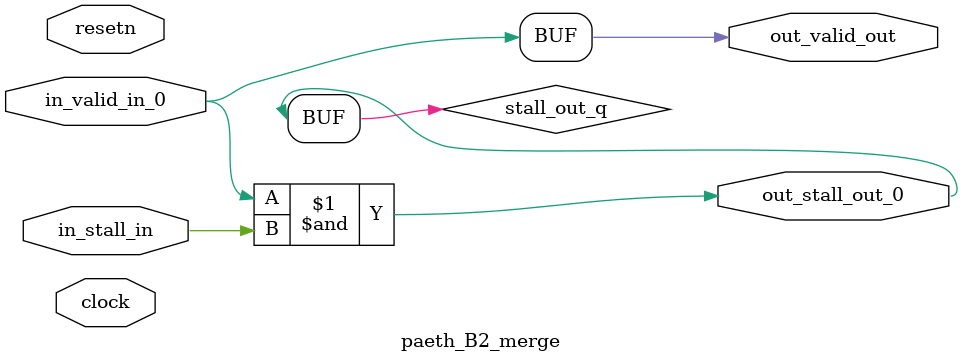
<source format=sv>



(* altera_attribute = "-name AUTO_SHIFT_REGISTER_RECOGNITION OFF; -name MESSAGE_DISABLE 10036; -name MESSAGE_DISABLE 10037; -name MESSAGE_DISABLE 14130; -name MESSAGE_DISABLE 14320; -name MESSAGE_DISABLE 15400; -name MESSAGE_DISABLE 14130; -name MESSAGE_DISABLE 10036; -name MESSAGE_DISABLE 12020; -name MESSAGE_DISABLE 12030; -name MESSAGE_DISABLE 12010; -name MESSAGE_DISABLE 12110; -name MESSAGE_DISABLE 14320; -name MESSAGE_DISABLE 13410; -name MESSAGE_DISABLE 113007; -name MESSAGE_DISABLE 10958" *)
module paeth_B2_merge (
    input wire [0:0] in_stall_in,
    input wire [0:0] in_valid_in_0,
    output wire [0:0] out_stall_out_0,
    output wire [0:0] out_valid_out,
    input wire clock,
    input wire resetn
    );

    wire [0:0] stall_out_q;


    // stall_out(LOGICAL,6)
    assign stall_out_q = in_valid_in_0 & in_stall_in;

    // out_stall_out_0(GPOUT,4)
    assign out_stall_out_0 = stall_out_q;

    // out_valid_out(GPOUT,5)
    assign out_valid_out = in_valid_in_0;

endmodule

</source>
